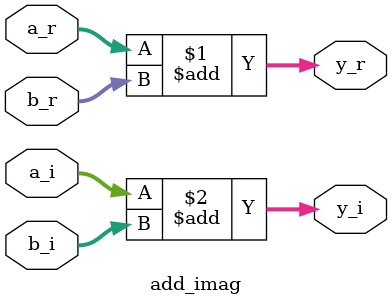
<source format=v>
module add_imag
#(parameter DATA_WIDTH = 64)
(a_r, a_i, b_r, b_i, y_r, y_i);

  input [DATA_WIDTH - 1: 0] a_r;
  input [DATA_WIDTH - 1: 0] a_i;
  input [DATA_WIDTH - 1: 0] b_r;
  input [DATA_WIDTH - 1: 0] b_i;

  output [DATA_WIDTH - 1: 0] y_r;
  output [DATA_WIDTH - 1: 0] y_i;

  assign y_r = a_r + b_r;
  assign y_i = a_i + b_i;

endmodule

</source>
